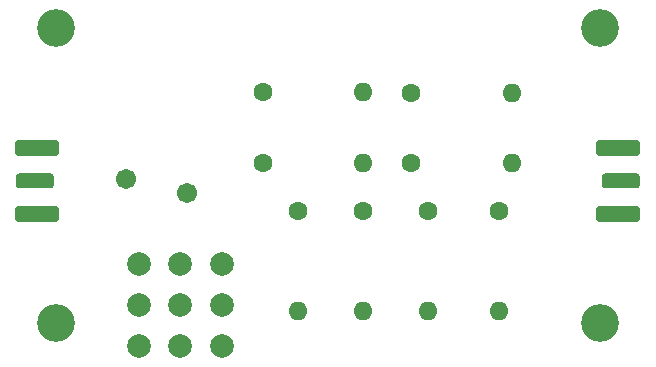
<source format=gbr>
%TF.GenerationSoftware,KiCad,Pcbnew,8.0.5*%
%TF.CreationDate,2024-10-05T17:35:55+09:00*%
%TF.ProjectId,ATT_24dB,4154545f-3234-4644-922e-6b696361645f,rev?*%
%TF.SameCoordinates,Original*%
%TF.FileFunction,Soldermask,Top*%
%TF.FilePolarity,Negative*%
%FSLAX46Y46*%
G04 Gerber Fmt 4.6, Leading zero omitted, Abs format (unit mm)*
G04 Created by KiCad (PCBNEW 8.0.5) date 2024-10-05 17:35:55*
%MOMM*%
%LPD*%
G01*
G04 APERTURE LIST*
G04 Aperture macros list*
%AMRoundRect*
0 Rectangle with rounded corners*
0 $1 Rounding radius*
0 $2 $3 $4 $5 $6 $7 $8 $9 X,Y pos of 4 corners*
0 Add a 4 corners polygon primitive as box body*
4,1,4,$2,$3,$4,$5,$6,$7,$8,$9,$2,$3,0*
0 Add four circle primitives for the rounded corners*
1,1,$1+$1,$2,$3*
1,1,$1+$1,$4,$5*
1,1,$1+$1,$6,$7*
1,1,$1+$1,$8,$9*
0 Add four rect primitives between the rounded corners*
20,1,$1+$1,$2,$3,$4,$5,0*
20,1,$1+$1,$4,$5,$6,$7,0*
20,1,$1+$1,$6,$7,$8,$9,0*
20,1,$1+$1,$8,$9,$2,$3,0*%
G04 Aperture macros list end*
%ADD10C,2.000000*%
%ADD11C,3.200000*%
%ADD12RoundRect,0.250000X1.350000X-0.385000X1.350000X0.385000X-1.350000X0.385000X-1.350000X-0.385000X0*%
%ADD13RoundRect,0.250000X1.600000X-0.425000X1.600000X0.425000X-1.600000X0.425000X-1.600000X-0.425000X0*%
%ADD14C,1.600000*%
%ADD15O,1.600000X1.600000*%
%ADD16RoundRect,0.250000X-1.350000X0.385000X-1.350000X-0.385000X1.350000X-0.385000X1.350000X0.385000X0*%
%ADD17RoundRect,0.250000X-1.600000X0.425000X-1.600000X-0.425000X1.600000X-0.425000X1.600000X0.425000X0*%
%ADD18C,1.710000*%
G04 APERTURE END LIST*
D10*
%TO.C,REF001*%
X71500000Y-49000000D03*
%TD*%
D11*
%TO.C,REF4*%
X110500000Y-54000000D03*
%TD*%
D12*
%TO.C,J2*%
X112337500Y-42000000D03*
D13*
X112087500Y-39175000D03*
X112087500Y-44825000D03*
%TD*%
D10*
%TO.C,REF001*%
X75000000Y-56000000D03*
%TD*%
%TO.C,REF001*%
X78500000Y-52500000D03*
%TD*%
D14*
%TO.C,R8*%
X94565000Y-40467500D03*
D15*
X103065000Y-40467500D03*
%TD*%
D14*
%TO.C,R1*%
X85000000Y-44500000D03*
D15*
X85000000Y-53000000D03*
%TD*%
D14*
%TO.C,R6*%
X94565000Y-34500000D03*
D15*
X103065000Y-34500000D03*
%TD*%
D10*
%TO.C,REF001*%
X78500000Y-49000000D03*
%TD*%
D14*
%TO.C,R7*%
X82000000Y-40435000D03*
D15*
X90500000Y-40435000D03*
%TD*%
D14*
%TO.C,R3*%
X96000000Y-44500000D03*
D15*
X96000000Y-53000000D03*
%TD*%
D14*
%TO.C,R5*%
X82000000Y-34467500D03*
D15*
X90500000Y-34467500D03*
%TD*%
D11*
%TO.C,REF3*%
X64500000Y-54000000D03*
%TD*%
D10*
%TO.C,REF001*%
X75000000Y-49000000D03*
%TD*%
D11*
%TO.C,REF1*%
X64500000Y-29000000D03*
%TD*%
D14*
%TO.C,R2*%
X90500000Y-44500000D03*
D15*
X90500000Y-53000000D03*
%TD*%
D11*
%TO.C,REF2*%
X110500000Y-29000000D03*
%TD*%
D16*
%TO.C,J1*%
X62662500Y-42000000D03*
D17*
X62912500Y-44825000D03*
X62912500Y-39175000D03*
%TD*%
D18*
%TO.C,F1*%
X75532500Y-43000000D03*
X70432500Y-41800000D03*
%TD*%
D10*
%TO.C,REF001*%
X75000000Y-52500000D03*
%TD*%
D14*
%TO.C,R4*%
X102000000Y-44500000D03*
D15*
X102000000Y-53000000D03*
%TD*%
D10*
%TO.C,REF001*%
X71500000Y-52500000D03*
%TD*%
%TO.C,REF001*%
X78500000Y-56000000D03*
%TD*%
%TO.C,REF001*%
X71500000Y-56000000D03*
%TD*%
M02*

</source>
